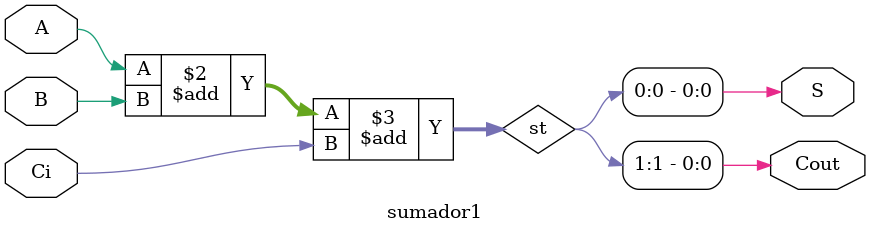
<source format=sv>
module sumador1 (A, B, Ci,Cout,S);

  input  A;
  input  B;
  input  Ci;
  output Cout;
  output S;

  reg [1:0] st;

  assign S = st[0];
  assign Cout = st[1];

  always @ ( * ) begin
  	st  = 	A+B+Ci;
  end
  
endmodule

</source>
